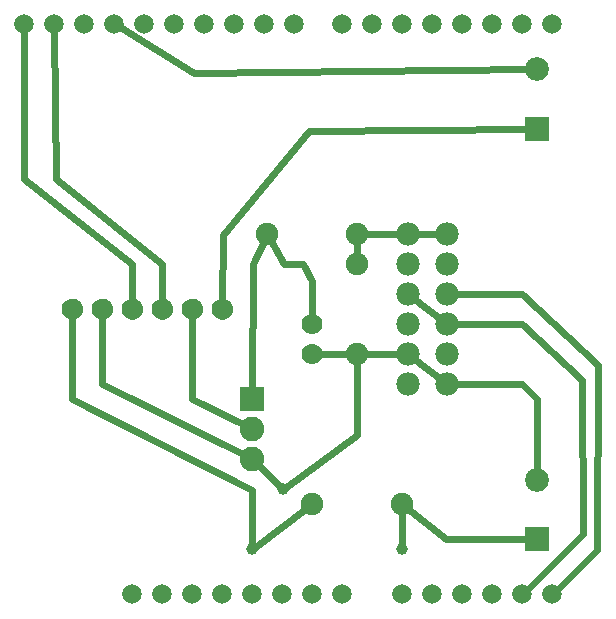
<source format=gbl>
G04 MADE WITH FRITZING*
G04 WWW.FRITZING.ORG*
G04 DOUBLE SIDED*
G04 HOLES PLATED*
G04 CONTOUR ON CENTER OF CONTOUR VECTOR*
%ASAXBY*%
%FSLAX23Y23*%
%MOIN*%
%OFA0B0*%
%SFA1.0B1.0*%
%ADD10C,0.078000*%
%ADD11C,0.039370*%
%ADD12C,0.070000*%
%ADD13C,0.079370*%
%ADD14C,0.065278*%
%ADD15C,0.082000*%
%ADD16C,0.075000*%
%ADD17R,0.079370X0.079370*%
%ADD18R,0.082000X0.082000*%
%ADD19C,0.024000*%
%ADD20R,0.001000X0.001000*%
%LNCOPPER0*%
G90*
G70*
G54D10*
X1419Y1302D03*
X1419Y1202D03*
X1419Y1102D03*
X1419Y1002D03*
X1419Y902D03*
X1419Y802D03*
X1549Y1302D03*
X1549Y1202D03*
X1549Y1102D03*
X1549Y1002D03*
X1549Y902D03*
X1549Y802D03*
G54D11*
X899Y252D03*
X1399Y252D03*
X1000Y453D03*
G54D12*
X299Y1052D03*
X399Y1052D03*
X499Y1052D03*
X599Y1052D03*
X699Y1052D03*
X799Y1052D03*
G54D13*
X1849Y287D03*
X1849Y484D03*
X1849Y1655D03*
X1849Y1852D03*
G54D14*
X1499Y102D03*
X1599Y102D03*
X1699Y102D03*
X1799Y102D03*
X1899Y102D03*
X1039Y2002D03*
X939Y2002D03*
X839Y2002D03*
X739Y2002D03*
X639Y2002D03*
X539Y2002D03*
X439Y2002D03*
X339Y2002D03*
X239Y2002D03*
X139Y2002D03*
X1899Y2002D03*
X1799Y2002D03*
X1699Y2002D03*
X1599Y2002D03*
X1499Y2002D03*
X1399Y2002D03*
X1299Y2002D03*
X1199Y2002D03*
X599Y102D03*
X499Y102D03*
X699Y102D03*
X799Y102D03*
X899Y102D03*
X999Y102D03*
X1099Y102D03*
X1199Y102D03*
X1399Y102D03*
G54D15*
X899Y752D03*
X899Y652D03*
X899Y552D03*
G54D16*
X1099Y402D03*
X1399Y402D03*
X1249Y902D03*
X1249Y1202D03*
X1249Y1302D03*
X949Y1302D03*
G54D12*
X1099Y1002D03*
X1099Y902D03*
G54D17*
X1849Y287D03*
X1849Y1655D03*
G54D18*
X899Y752D03*
G54D19*
X1534Y1014D02*
X1434Y1091D01*
D02*
X1534Y814D02*
X1434Y891D01*
D02*
X1438Y1302D02*
X1530Y1302D01*
D02*
X1266Y1302D02*
X1400Y1302D01*
D02*
X1266Y902D02*
X1400Y902D01*
D02*
X704Y1841D02*
X1829Y1852D01*
D02*
X456Y1992D02*
X704Y1841D01*
D02*
X1114Y902D02*
X1231Y902D01*
D02*
X1399Y385D02*
X1399Y259D01*
D02*
X1545Y287D02*
X1829Y287D01*
D02*
X1413Y391D02*
X1545Y287D01*
D02*
X914Y538D02*
X994Y459D01*
D02*
X1249Y633D02*
X1249Y885D01*
D02*
X1006Y458D02*
X1249Y633D01*
D02*
X1249Y1285D02*
X1249Y1220D01*
D02*
X1099Y1147D02*
X1099Y1017D01*
D02*
X1069Y1202D02*
X1099Y1147D01*
D02*
X1003Y1202D02*
X1069Y1202D01*
D02*
X957Y1287D02*
X1003Y1202D01*
D02*
X900Y1203D02*
X941Y1287D01*
D02*
X899Y773D02*
X900Y1203D01*
D02*
X905Y257D02*
X1085Y392D01*
D02*
X299Y753D02*
X299Y1037D01*
D02*
X897Y450D02*
X299Y753D01*
D02*
X899Y260D02*
X897Y450D01*
D02*
X699Y1037D02*
X699Y753D01*
D02*
X699Y753D02*
X880Y662D01*
D02*
X800Y1301D02*
X1089Y1648D01*
D02*
X799Y1067D02*
X800Y1301D01*
D02*
X1089Y1648D02*
X1829Y1655D01*
D02*
X399Y803D02*
X880Y562D01*
D02*
X399Y1037D02*
X399Y803D01*
D02*
X1799Y1002D02*
X1999Y817D01*
D02*
X1568Y1002D02*
X1799Y1002D01*
D02*
X1999Y817D02*
X2000Y303D01*
D02*
X2000Y303D02*
X1813Y117D01*
D02*
X243Y1487D02*
X239Y1982D01*
D02*
X599Y1202D02*
X243Y1487D01*
D02*
X599Y1067D02*
X599Y1202D01*
D02*
X1799Y1102D02*
X2050Y866D01*
D02*
X1568Y1102D02*
X1799Y1102D01*
D02*
X2050Y866D02*
X2048Y251D01*
D02*
X2048Y251D02*
X1913Y117D01*
D02*
X138Y1487D02*
X139Y1982D01*
D02*
X499Y1202D02*
X138Y1487D01*
D02*
X499Y1067D02*
X499Y1202D01*
D02*
X1799Y803D02*
X1568Y802D01*
D02*
X1848Y752D02*
X1799Y803D01*
D02*
X1849Y504D02*
X1848Y752D01*
G54D20*
X294Y1087D02*
X305Y1087D01*
X394Y1087D02*
X405Y1087D01*
X494Y1087D02*
X505Y1087D01*
X594Y1087D02*
X605Y1087D01*
X694Y1087D02*
X705Y1087D01*
X794Y1087D02*
X805Y1087D01*
X290Y1086D02*
X309Y1086D01*
X390Y1086D02*
X409Y1086D01*
X490Y1086D02*
X509Y1086D01*
X590Y1086D02*
X609Y1086D01*
X690Y1086D02*
X709Y1086D01*
X790Y1086D02*
X809Y1086D01*
X287Y1085D02*
X312Y1085D01*
X387Y1085D02*
X412Y1085D01*
X487Y1085D02*
X512Y1085D01*
X587Y1085D02*
X612Y1085D01*
X687Y1085D02*
X712Y1085D01*
X787Y1085D02*
X811Y1085D01*
X285Y1084D02*
X314Y1084D01*
X385Y1084D02*
X414Y1084D01*
X485Y1084D02*
X514Y1084D01*
X585Y1084D02*
X614Y1084D01*
X685Y1084D02*
X714Y1084D01*
X785Y1084D02*
X814Y1084D01*
X283Y1083D02*
X316Y1083D01*
X383Y1083D02*
X416Y1083D01*
X483Y1083D02*
X516Y1083D01*
X583Y1083D02*
X616Y1083D01*
X683Y1083D02*
X716Y1083D01*
X783Y1083D02*
X816Y1083D01*
X281Y1082D02*
X318Y1082D01*
X381Y1082D02*
X418Y1082D01*
X481Y1082D02*
X518Y1082D01*
X581Y1082D02*
X618Y1082D01*
X681Y1082D02*
X717Y1082D01*
X781Y1082D02*
X817Y1082D01*
X279Y1081D02*
X319Y1081D01*
X379Y1081D02*
X419Y1081D01*
X479Y1081D02*
X519Y1081D01*
X579Y1081D02*
X619Y1081D01*
X679Y1081D02*
X719Y1081D01*
X779Y1081D02*
X819Y1081D01*
X278Y1080D02*
X320Y1080D01*
X378Y1080D02*
X420Y1080D01*
X478Y1080D02*
X520Y1080D01*
X578Y1080D02*
X620Y1080D01*
X678Y1080D02*
X720Y1080D01*
X778Y1080D02*
X820Y1080D01*
X277Y1079D02*
X322Y1079D01*
X377Y1079D02*
X422Y1079D01*
X477Y1079D02*
X522Y1079D01*
X577Y1079D02*
X622Y1079D01*
X677Y1079D02*
X722Y1079D01*
X777Y1079D02*
X822Y1079D01*
X276Y1078D02*
X323Y1078D01*
X376Y1078D02*
X423Y1078D01*
X476Y1078D02*
X523Y1078D01*
X576Y1078D02*
X623Y1078D01*
X676Y1078D02*
X723Y1078D01*
X776Y1078D02*
X823Y1078D01*
X275Y1077D02*
X324Y1077D01*
X375Y1077D02*
X424Y1077D01*
X475Y1077D02*
X524Y1077D01*
X575Y1077D02*
X624Y1077D01*
X675Y1077D02*
X724Y1077D01*
X775Y1077D02*
X824Y1077D01*
X274Y1076D02*
X325Y1076D01*
X374Y1076D02*
X425Y1076D01*
X474Y1076D02*
X525Y1076D01*
X574Y1076D02*
X625Y1076D01*
X674Y1076D02*
X725Y1076D01*
X774Y1076D02*
X825Y1076D01*
X273Y1075D02*
X326Y1075D01*
X373Y1075D02*
X426Y1075D01*
X473Y1075D02*
X526Y1075D01*
X573Y1075D02*
X626Y1075D01*
X673Y1075D02*
X726Y1075D01*
X773Y1075D02*
X826Y1075D01*
X272Y1074D02*
X326Y1074D01*
X372Y1074D02*
X426Y1074D01*
X472Y1074D02*
X526Y1074D01*
X572Y1074D02*
X626Y1074D01*
X672Y1074D02*
X726Y1074D01*
X772Y1074D02*
X826Y1074D01*
X271Y1073D02*
X327Y1073D01*
X371Y1073D02*
X427Y1073D01*
X471Y1073D02*
X527Y1073D01*
X571Y1073D02*
X627Y1073D01*
X671Y1073D02*
X727Y1073D01*
X771Y1073D02*
X827Y1073D01*
X271Y1072D02*
X328Y1072D01*
X371Y1072D02*
X428Y1072D01*
X471Y1072D02*
X528Y1072D01*
X571Y1072D02*
X628Y1072D01*
X671Y1072D02*
X728Y1072D01*
X771Y1072D02*
X828Y1072D01*
X270Y1071D02*
X328Y1071D01*
X370Y1071D02*
X428Y1071D01*
X470Y1071D02*
X528Y1071D01*
X570Y1071D02*
X628Y1071D01*
X670Y1071D02*
X728Y1071D01*
X770Y1071D02*
X828Y1071D01*
X270Y1070D02*
X329Y1070D01*
X370Y1070D02*
X429Y1070D01*
X470Y1070D02*
X529Y1070D01*
X570Y1070D02*
X629Y1070D01*
X670Y1070D02*
X729Y1070D01*
X770Y1070D02*
X829Y1070D01*
X269Y1069D02*
X330Y1069D01*
X369Y1069D02*
X430Y1069D01*
X469Y1069D02*
X529Y1069D01*
X569Y1069D02*
X629Y1069D01*
X669Y1069D02*
X729Y1069D01*
X769Y1069D02*
X829Y1069D01*
X269Y1068D02*
X330Y1068D01*
X369Y1068D02*
X430Y1068D01*
X469Y1068D02*
X530Y1068D01*
X569Y1068D02*
X630Y1068D01*
X668Y1068D02*
X730Y1068D01*
X768Y1068D02*
X830Y1068D01*
X268Y1067D02*
X294Y1067D01*
X304Y1067D02*
X330Y1067D01*
X368Y1067D02*
X394Y1067D01*
X404Y1067D02*
X430Y1067D01*
X468Y1067D02*
X494Y1067D01*
X504Y1067D02*
X530Y1067D01*
X568Y1067D02*
X594Y1067D01*
X604Y1067D02*
X630Y1067D01*
X668Y1067D02*
X694Y1067D01*
X704Y1067D02*
X730Y1067D01*
X768Y1067D02*
X794Y1067D01*
X804Y1067D02*
X830Y1067D01*
X268Y1066D02*
X292Y1066D01*
X307Y1066D02*
X331Y1066D01*
X368Y1066D02*
X392Y1066D01*
X407Y1066D02*
X431Y1066D01*
X468Y1066D02*
X492Y1066D01*
X507Y1066D02*
X531Y1066D01*
X568Y1066D02*
X592Y1066D01*
X607Y1066D02*
X631Y1066D01*
X668Y1066D02*
X692Y1066D01*
X707Y1066D02*
X731Y1066D01*
X768Y1066D02*
X792Y1066D01*
X807Y1066D02*
X831Y1066D01*
X267Y1065D02*
X290Y1065D01*
X308Y1065D02*
X331Y1065D01*
X367Y1065D02*
X390Y1065D01*
X408Y1065D02*
X431Y1065D01*
X467Y1065D02*
X490Y1065D01*
X508Y1065D02*
X531Y1065D01*
X567Y1065D02*
X590Y1065D01*
X608Y1065D02*
X631Y1065D01*
X667Y1065D02*
X690Y1065D01*
X708Y1065D02*
X731Y1065D01*
X767Y1065D02*
X790Y1065D01*
X808Y1065D02*
X831Y1065D01*
X267Y1064D02*
X289Y1064D01*
X310Y1064D02*
X332Y1064D01*
X367Y1064D02*
X389Y1064D01*
X410Y1064D02*
X432Y1064D01*
X467Y1064D02*
X489Y1064D01*
X509Y1064D02*
X532Y1064D01*
X567Y1064D02*
X589Y1064D01*
X609Y1064D02*
X632Y1064D01*
X667Y1064D02*
X689Y1064D01*
X709Y1064D02*
X732Y1064D01*
X767Y1064D02*
X789Y1064D01*
X809Y1064D02*
X832Y1064D01*
X267Y1063D02*
X288Y1063D01*
X311Y1063D02*
X332Y1063D01*
X367Y1063D02*
X388Y1063D01*
X411Y1063D02*
X432Y1063D01*
X466Y1063D02*
X488Y1063D01*
X511Y1063D02*
X532Y1063D01*
X566Y1063D02*
X588Y1063D01*
X611Y1063D02*
X632Y1063D01*
X666Y1063D02*
X688Y1063D01*
X711Y1063D02*
X732Y1063D01*
X766Y1063D02*
X788Y1063D01*
X811Y1063D02*
X832Y1063D01*
X266Y1062D02*
X287Y1062D01*
X311Y1062D02*
X332Y1062D01*
X366Y1062D02*
X387Y1062D01*
X411Y1062D02*
X432Y1062D01*
X466Y1062D02*
X487Y1062D01*
X511Y1062D02*
X532Y1062D01*
X566Y1062D02*
X587Y1062D01*
X611Y1062D02*
X632Y1062D01*
X666Y1062D02*
X687Y1062D01*
X711Y1062D02*
X732Y1062D01*
X766Y1062D02*
X787Y1062D01*
X811Y1062D02*
X832Y1062D01*
X266Y1061D02*
X286Y1061D01*
X312Y1061D02*
X333Y1061D01*
X366Y1061D02*
X386Y1061D01*
X412Y1061D02*
X433Y1061D01*
X466Y1061D02*
X486Y1061D01*
X512Y1061D02*
X533Y1061D01*
X566Y1061D02*
X586Y1061D01*
X612Y1061D02*
X633Y1061D01*
X666Y1061D02*
X686Y1061D01*
X712Y1061D02*
X733Y1061D01*
X766Y1061D02*
X786Y1061D01*
X812Y1061D02*
X833Y1061D01*
X266Y1060D02*
X286Y1060D01*
X313Y1060D02*
X333Y1060D01*
X366Y1060D02*
X386Y1060D01*
X413Y1060D02*
X433Y1060D01*
X466Y1060D02*
X486Y1060D01*
X513Y1060D02*
X533Y1060D01*
X566Y1060D02*
X586Y1060D01*
X613Y1060D02*
X633Y1060D01*
X666Y1060D02*
X686Y1060D01*
X713Y1060D02*
X733Y1060D01*
X766Y1060D02*
X786Y1060D01*
X813Y1060D02*
X833Y1060D01*
X265Y1059D02*
X285Y1059D01*
X314Y1059D02*
X333Y1059D01*
X365Y1059D02*
X385Y1059D01*
X413Y1059D02*
X433Y1059D01*
X465Y1059D02*
X485Y1059D01*
X513Y1059D02*
X533Y1059D01*
X565Y1059D02*
X585Y1059D01*
X613Y1059D02*
X633Y1059D01*
X665Y1059D02*
X685Y1059D01*
X713Y1059D02*
X733Y1059D01*
X765Y1059D02*
X785Y1059D01*
X813Y1059D02*
X833Y1059D01*
X265Y1058D02*
X285Y1058D01*
X314Y1058D02*
X333Y1058D01*
X365Y1058D02*
X385Y1058D01*
X414Y1058D02*
X433Y1058D01*
X465Y1058D02*
X485Y1058D01*
X514Y1058D02*
X533Y1058D01*
X565Y1058D02*
X585Y1058D01*
X614Y1058D02*
X633Y1058D01*
X665Y1058D02*
X685Y1058D01*
X714Y1058D02*
X733Y1058D01*
X765Y1058D02*
X785Y1058D01*
X814Y1058D02*
X833Y1058D01*
X265Y1057D02*
X284Y1057D01*
X314Y1057D02*
X333Y1057D01*
X365Y1057D02*
X384Y1057D01*
X414Y1057D02*
X433Y1057D01*
X465Y1057D02*
X484Y1057D01*
X514Y1057D02*
X533Y1057D01*
X565Y1057D02*
X584Y1057D01*
X614Y1057D02*
X633Y1057D01*
X665Y1057D02*
X684Y1057D01*
X714Y1057D02*
X733Y1057D01*
X765Y1057D02*
X784Y1057D01*
X814Y1057D02*
X833Y1057D01*
X265Y1056D02*
X284Y1056D01*
X314Y1056D02*
X334Y1056D01*
X365Y1056D02*
X384Y1056D01*
X414Y1056D02*
X434Y1056D01*
X465Y1056D02*
X484Y1056D01*
X514Y1056D02*
X534Y1056D01*
X565Y1056D02*
X584Y1056D01*
X614Y1056D02*
X634Y1056D01*
X665Y1056D02*
X684Y1056D01*
X714Y1056D02*
X734Y1056D01*
X765Y1056D02*
X784Y1056D01*
X814Y1056D02*
X833Y1056D01*
X265Y1055D02*
X284Y1055D01*
X315Y1055D02*
X334Y1055D01*
X365Y1055D02*
X384Y1055D01*
X415Y1055D02*
X434Y1055D01*
X465Y1055D02*
X484Y1055D01*
X515Y1055D02*
X534Y1055D01*
X565Y1055D02*
X584Y1055D01*
X615Y1055D02*
X634Y1055D01*
X665Y1055D02*
X684Y1055D01*
X715Y1055D02*
X734Y1055D01*
X765Y1055D02*
X784Y1055D01*
X815Y1055D02*
X834Y1055D01*
X265Y1054D02*
X284Y1054D01*
X315Y1054D02*
X334Y1054D01*
X365Y1054D02*
X384Y1054D01*
X415Y1054D02*
X434Y1054D01*
X465Y1054D02*
X484Y1054D01*
X515Y1054D02*
X534Y1054D01*
X565Y1054D02*
X584Y1054D01*
X615Y1054D02*
X634Y1054D01*
X665Y1054D02*
X684Y1054D01*
X715Y1054D02*
X734Y1054D01*
X765Y1054D02*
X784Y1054D01*
X815Y1054D02*
X834Y1054D01*
X265Y1053D02*
X284Y1053D01*
X315Y1053D02*
X334Y1053D01*
X365Y1053D02*
X384Y1053D01*
X415Y1053D02*
X434Y1053D01*
X465Y1053D02*
X484Y1053D01*
X515Y1053D02*
X534Y1053D01*
X565Y1053D02*
X584Y1053D01*
X615Y1053D02*
X634Y1053D01*
X665Y1053D02*
X684Y1053D01*
X715Y1053D02*
X734Y1053D01*
X765Y1053D02*
X784Y1053D01*
X815Y1053D02*
X834Y1053D01*
X265Y1052D02*
X284Y1052D01*
X315Y1052D02*
X334Y1052D01*
X365Y1052D02*
X384Y1052D01*
X415Y1052D02*
X434Y1052D01*
X465Y1052D02*
X484Y1052D01*
X515Y1052D02*
X534Y1052D01*
X565Y1052D02*
X584Y1052D01*
X615Y1052D02*
X634Y1052D01*
X665Y1052D02*
X684Y1052D01*
X715Y1052D02*
X734Y1052D01*
X765Y1052D02*
X784Y1052D01*
X815Y1052D02*
X834Y1052D01*
X265Y1051D02*
X284Y1051D01*
X315Y1051D02*
X334Y1051D01*
X365Y1051D02*
X384Y1051D01*
X415Y1051D02*
X434Y1051D01*
X465Y1051D02*
X484Y1051D01*
X515Y1051D02*
X534Y1051D01*
X565Y1051D02*
X584Y1051D01*
X615Y1051D02*
X634Y1051D01*
X665Y1051D02*
X684Y1051D01*
X715Y1051D02*
X734Y1051D01*
X765Y1051D02*
X784Y1051D01*
X815Y1051D02*
X834Y1051D01*
X265Y1050D02*
X284Y1050D01*
X315Y1050D02*
X334Y1050D01*
X365Y1050D02*
X384Y1050D01*
X415Y1050D02*
X434Y1050D01*
X465Y1050D02*
X484Y1050D01*
X515Y1050D02*
X534Y1050D01*
X565Y1050D02*
X584Y1050D01*
X615Y1050D02*
X634Y1050D01*
X665Y1050D02*
X684Y1050D01*
X715Y1050D02*
X734Y1050D01*
X765Y1050D02*
X784Y1050D01*
X815Y1050D02*
X834Y1050D01*
X265Y1049D02*
X284Y1049D01*
X314Y1049D02*
X334Y1049D01*
X365Y1049D02*
X384Y1049D01*
X414Y1049D02*
X434Y1049D01*
X465Y1049D02*
X484Y1049D01*
X514Y1049D02*
X533Y1049D01*
X565Y1049D02*
X584Y1049D01*
X614Y1049D02*
X633Y1049D01*
X665Y1049D02*
X684Y1049D01*
X714Y1049D02*
X733Y1049D01*
X765Y1049D02*
X784Y1049D01*
X814Y1049D02*
X833Y1049D01*
X265Y1048D02*
X284Y1048D01*
X314Y1048D02*
X333Y1048D01*
X365Y1048D02*
X384Y1048D01*
X414Y1048D02*
X433Y1048D01*
X465Y1048D02*
X484Y1048D01*
X514Y1048D02*
X533Y1048D01*
X565Y1048D02*
X584Y1048D01*
X614Y1048D02*
X633Y1048D01*
X665Y1048D02*
X684Y1048D01*
X714Y1048D02*
X733Y1048D01*
X765Y1048D02*
X784Y1048D01*
X814Y1048D02*
X833Y1048D01*
X265Y1047D02*
X285Y1047D01*
X314Y1047D02*
X333Y1047D01*
X365Y1047D02*
X385Y1047D01*
X414Y1047D02*
X433Y1047D01*
X465Y1047D02*
X485Y1047D01*
X514Y1047D02*
X533Y1047D01*
X565Y1047D02*
X585Y1047D01*
X614Y1047D02*
X633Y1047D01*
X665Y1047D02*
X685Y1047D01*
X714Y1047D02*
X733Y1047D01*
X765Y1047D02*
X785Y1047D01*
X814Y1047D02*
X833Y1047D01*
X266Y1046D02*
X285Y1046D01*
X313Y1046D02*
X333Y1046D01*
X366Y1046D02*
X385Y1046D01*
X413Y1046D02*
X433Y1046D01*
X465Y1046D02*
X485Y1046D01*
X513Y1046D02*
X533Y1046D01*
X565Y1046D02*
X585Y1046D01*
X613Y1046D02*
X633Y1046D01*
X665Y1046D02*
X685Y1046D01*
X713Y1046D02*
X733Y1046D01*
X765Y1046D02*
X785Y1046D01*
X813Y1046D02*
X833Y1046D01*
X266Y1045D02*
X286Y1045D01*
X313Y1045D02*
X333Y1045D01*
X366Y1045D02*
X386Y1045D01*
X413Y1045D02*
X433Y1045D01*
X466Y1045D02*
X486Y1045D01*
X513Y1045D02*
X533Y1045D01*
X566Y1045D02*
X586Y1045D01*
X613Y1045D02*
X633Y1045D01*
X666Y1045D02*
X686Y1045D01*
X713Y1045D02*
X733Y1045D01*
X766Y1045D02*
X786Y1045D01*
X813Y1045D02*
X833Y1045D01*
X266Y1044D02*
X286Y1044D01*
X312Y1044D02*
X332Y1044D01*
X366Y1044D02*
X386Y1044D01*
X412Y1044D02*
X432Y1044D01*
X466Y1044D02*
X486Y1044D01*
X512Y1044D02*
X532Y1044D01*
X566Y1044D02*
X586Y1044D01*
X612Y1044D02*
X632Y1044D01*
X666Y1044D02*
X686Y1044D01*
X712Y1044D02*
X732Y1044D01*
X766Y1044D02*
X786Y1044D01*
X812Y1044D02*
X832Y1044D01*
X266Y1043D02*
X287Y1043D01*
X311Y1043D02*
X332Y1043D01*
X366Y1043D02*
X387Y1043D01*
X411Y1043D02*
X432Y1043D01*
X466Y1043D02*
X487Y1043D01*
X511Y1043D02*
X532Y1043D01*
X566Y1043D02*
X587Y1043D01*
X611Y1043D02*
X632Y1043D01*
X666Y1043D02*
X687Y1043D01*
X711Y1043D02*
X732Y1043D01*
X766Y1043D02*
X787Y1043D01*
X811Y1043D02*
X832Y1043D01*
X267Y1042D02*
X288Y1042D01*
X310Y1042D02*
X332Y1042D01*
X367Y1042D02*
X388Y1042D01*
X410Y1042D02*
X432Y1042D01*
X467Y1042D02*
X488Y1042D01*
X510Y1042D02*
X532Y1042D01*
X567Y1042D02*
X588Y1042D01*
X610Y1042D02*
X632Y1042D01*
X667Y1042D02*
X688Y1042D01*
X710Y1042D02*
X732Y1042D01*
X767Y1042D02*
X788Y1042D01*
X810Y1042D02*
X832Y1042D01*
X267Y1041D02*
X289Y1041D01*
X309Y1041D02*
X332Y1041D01*
X367Y1041D02*
X389Y1041D01*
X409Y1041D02*
X432Y1041D01*
X467Y1041D02*
X489Y1041D01*
X509Y1041D02*
X532Y1041D01*
X567Y1041D02*
X589Y1041D01*
X609Y1041D02*
X631Y1041D01*
X667Y1041D02*
X689Y1041D01*
X709Y1041D02*
X731Y1041D01*
X767Y1041D02*
X789Y1041D01*
X809Y1041D02*
X831Y1041D01*
X267Y1040D02*
X291Y1040D01*
X308Y1040D02*
X331Y1040D01*
X367Y1040D02*
X391Y1040D01*
X408Y1040D02*
X431Y1040D01*
X467Y1040D02*
X491Y1040D01*
X508Y1040D02*
X531Y1040D01*
X567Y1040D02*
X591Y1040D01*
X608Y1040D02*
X631Y1040D01*
X667Y1040D02*
X691Y1040D01*
X708Y1040D02*
X731Y1040D01*
X767Y1040D02*
X790Y1040D01*
X808Y1040D02*
X831Y1040D01*
X268Y1039D02*
X292Y1039D01*
X306Y1039D02*
X331Y1039D01*
X368Y1039D02*
X392Y1039D01*
X406Y1039D02*
X431Y1039D01*
X468Y1039D02*
X492Y1039D01*
X506Y1039D02*
X531Y1039D01*
X568Y1039D02*
X592Y1039D01*
X606Y1039D02*
X631Y1039D01*
X668Y1039D02*
X692Y1039D01*
X706Y1039D02*
X731Y1039D01*
X768Y1039D02*
X792Y1039D01*
X806Y1039D02*
X831Y1039D01*
X268Y1038D02*
X295Y1038D01*
X303Y1038D02*
X330Y1038D01*
X368Y1038D02*
X395Y1038D01*
X403Y1038D02*
X430Y1038D01*
X468Y1038D02*
X495Y1038D01*
X503Y1038D02*
X530Y1038D01*
X568Y1038D02*
X595Y1038D01*
X603Y1038D02*
X630Y1038D01*
X668Y1038D02*
X695Y1038D01*
X703Y1038D02*
X730Y1038D01*
X768Y1038D02*
X795Y1038D01*
X803Y1038D02*
X830Y1038D01*
X269Y1037D02*
X330Y1037D01*
X369Y1037D02*
X430Y1037D01*
X469Y1037D02*
X530Y1037D01*
X569Y1037D02*
X630Y1037D01*
X669Y1037D02*
X730Y1037D01*
X769Y1037D02*
X830Y1037D01*
X269Y1036D02*
X329Y1036D01*
X369Y1036D02*
X429Y1036D01*
X469Y1036D02*
X529Y1036D01*
X569Y1036D02*
X629Y1036D01*
X669Y1036D02*
X729Y1036D01*
X769Y1036D02*
X829Y1036D01*
X270Y1035D02*
X329Y1035D01*
X370Y1035D02*
X429Y1035D01*
X470Y1035D02*
X529Y1035D01*
X570Y1035D02*
X629Y1035D01*
X670Y1035D02*
X729Y1035D01*
X770Y1035D02*
X829Y1035D01*
X270Y1034D02*
X328Y1034D01*
X370Y1034D02*
X428Y1034D01*
X470Y1034D02*
X528Y1034D01*
X570Y1034D02*
X628Y1034D01*
X670Y1034D02*
X728Y1034D01*
X770Y1034D02*
X828Y1034D01*
X271Y1033D02*
X328Y1033D01*
X371Y1033D02*
X428Y1033D01*
X471Y1033D02*
X528Y1033D01*
X571Y1033D02*
X628Y1033D01*
X671Y1033D02*
X728Y1033D01*
X771Y1033D02*
X828Y1033D01*
X272Y1032D02*
X327Y1032D01*
X372Y1032D02*
X427Y1032D01*
X472Y1032D02*
X527Y1032D01*
X572Y1032D02*
X627Y1032D01*
X672Y1032D02*
X727Y1032D01*
X772Y1032D02*
X827Y1032D01*
X272Y1031D02*
X326Y1031D01*
X372Y1031D02*
X426Y1031D01*
X472Y1031D02*
X526Y1031D01*
X572Y1031D02*
X626Y1031D01*
X672Y1031D02*
X726Y1031D01*
X772Y1031D02*
X826Y1031D01*
X273Y1030D02*
X325Y1030D01*
X373Y1030D02*
X425Y1030D01*
X473Y1030D02*
X525Y1030D01*
X573Y1030D02*
X625Y1030D01*
X673Y1030D02*
X725Y1030D01*
X773Y1030D02*
X825Y1030D01*
X274Y1029D02*
X324Y1029D01*
X374Y1029D02*
X424Y1029D01*
X474Y1029D02*
X524Y1029D01*
X574Y1029D02*
X624Y1029D01*
X674Y1029D02*
X724Y1029D01*
X774Y1029D02*
X824Y1029D01*
X275Y1028D02*
X324Y1028D01*
X375Y1028D02*
X424Y1028D01*
X475Y1028D02*
X524Y1028D01*
X575Y1028D02*
X624Y1028D01*
X675Y1028D02*
X724Y1028D01*
X775Y1028D02*
X824Y1028D01*
X276Y1027D02*
X323Y1027D01*
X376Y1027D02*
X422Y1027D01*
X476Y1027D02*
X522Y1027D01*
X576Y1027D02*
X622Y1027D01*
X676Y1027D02*
X722Y1027D01*
X776Y1027D02*
X822Y1027D01*
X277Y1026D02*
X321Y1026D01*
X377Y1026D02*
X421Y1026D01*
X477Y1026D02*
X521Y1026D01*
X577Y1026D02*
X621Y1026D01*
X677Y1026D02*
X721Y1026D01*
X777Y1026D02*
X821Y1026D01*
X278Y1025D02*
X320Y1025D01*
X378Y1025D02*
X420Y1025D01*
X478Y1025D02*
X520Y1025D01*
X578Y1025D02*
X620Y1025D01*
X678Y1025D02*
X720Y1025D01*
X778Y1025D02*
X820Y1025D01*
X280Y1024D02*
X319Y1024D01*
X380Y1024D02*
X419Y1024D01*
X480Y1024D02*
X519Y1024D01*
X580Y1024D02*
X619Y1024D01*
X680Y1024D02*
X719Y1024D01*
X780Y1024D02*
X819Y1024D01*
X282Y1023D02*
X317Y1023D01*
X381Y1023D02*
X417Y1023D01*
X481Y1023D02*
X517Y1023D01*
X581Y1023D02*
X617Y1023D01*
X681Y1023D02*
X717Y1023D01*
X781Y1023D02*
X817Y1023D01*
X283Y1022D02*
X315Y1022D01*
X383Y1022D02*
X415Y1022D01*
X483Y1022D02*
X515Y1022D01*
X583Y1022D02*
X615Y1022D01*
X683Y1022D02*
X715Y1022D01*
X783Y1022D02*
X815Y1022D01*
X285Y1021D02*
X313Y1021D01*
X385Y1021D02*
X413Y1021D01*
X485Y1021D02*
X513Y1021D01*
X585Y1021D02*
X613Y1021D01*
X685Y1021D02*
X713Y1021D01*
X785Y1021D02*
X813Y1021D01*
X288Y1020D02*
X311Y1020D01*
X388Y1020D02*
X411Y1020D01*
X488Y1020D02*
X511Y1020D01*
X588Y1020D02*
X611Y1020D01*
X688Y1020D02*
X711Y1020D01*
X788Y1020D02*
X811Y1020D01*
X291Y1019D02*
X308Y1019D01*
X391Y1019D02*
X408Y1019D01*
X491Y1019D02*
X508Y1019D01*
X591Y1019D02*
X608Y1019D01*
X691Y1019D02*
X708Y1019D01*
X791Y1019D02*
X808Y1019D01*
X296Y1018D02*
X303Y1018D01*
X395Y1018D02*
X403Y1018D01*
X495Y1018D02*
X503Y1018D01*
X595Y1018D02*
X603Y1018D01*
X695Y1018D02*
X703Y1018D01*
X795Y1018D02*
X803Y1018D01*
D02*
G04 End of Copper0*
M02*
</source>
